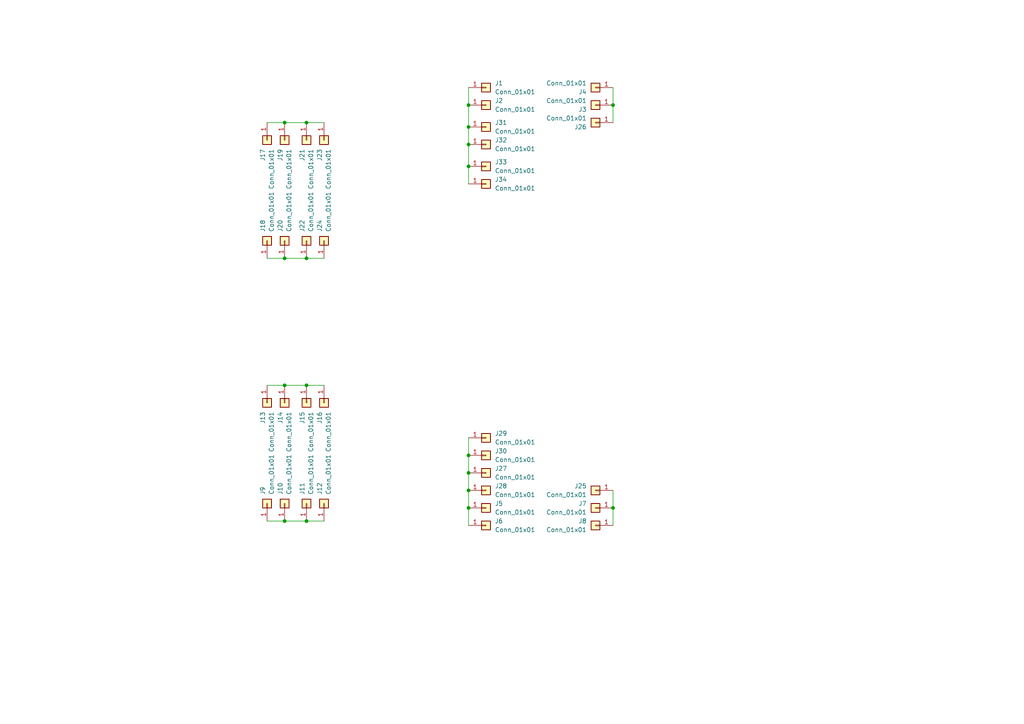
<source format=kicad_sch>
(kicad_sch (version 20250114) (generator "eeschema") (generator_version "9.0")
  (paper "A4")
  (lib_symbols
    (symbol "Connector_Generic:Conn_01x01" (pin_names (offset 1.016) (hide yes))
      (property "Reference" "J" (at 0 2.54 0))
      (property "Value" "Conn_01x01" (at 0 -2.54 0))
      (symbol "Conn_01x01_1_1"
        (rectangle (start -1.27 1.27) (end 1.27 -1.27) (stroke (width 0.254)) (fill (type background)))
        (rectangle (start -1.27 0.127) (end 0 -0.127) (stroke (width 0.1524)))
        (pin passive line (at -5.08 0 0) (length 3.81) (name "Pin_1") (number "1"))
      )
    )
  )
  (junction (at 135.89 30.48))
  (junction (at 82.55 151.13))
  (junction (at 135.89 132.08))
  (junction (at 177.8 30.48))
  (junction (at 135.89 41.91))
  (junction (at 88.9 35.56))
  (junction (at 88.9 151.13))
  (junction (at 177.8 147.32))
  (junction (at 135.89 142.24))
  (junction (at 82.55 111.76))
  (junction (at 135.89 36.83))
  (junction (at 82.55 74.93))
  (junction (at 135.89 147.32))
  (junction (at 135.89 137.16))
  (junction (at 88.9 111.76))
  (junction (at 82.55 35.56))
  (junction (at 135.89 48.26))
  (junction (at 88.9 74.93))
  (wire (pts (xy 177.8 30.48) (xy 177.8 35.56)))
  (wire (pts (xy 177.8 30.48) (xy 177.8 25.4)))
  (wire (pts (xy 135.89 25.4) (xy 135.89 30.48)))
  (wire (pts (xy 135.89 142.24) (xy 135.89 147.32)))
  (wire (pts (xy 135.89 36.83) (xy 135.89 41.91)))
  (wire (pts (xy 82.55 35.56) (xy 88.9 35.56)))
  (wire (pts (xy 135.89 127) (xy 135.89 132.08)))
  (wire (pts (xy 77.47 74.93) (xy 82.55 74.93)))
  (wire (pts (xy 135.89 30.48) (xy 135.89 36.83)))
  (wire (pts (xy 88.9 111.76) (xy 93.98 111.76)))
  (wire (pts (xy 135.89 137.16) (xy 135.89 142.24)))
  (wire (pts (xy 77.47 35.56) (xy 82.55 35.56)))
  (wire (pts (xy 177.8 142.24) (xy 177.8 147.32)))
  (wire (pts (xy 135.89 132.08) (xy 135.89 137.16)))
  (wire (pts (xy 82.55 111.76) (xy 88.9 111.76)))
  (wire (pts (xy 177.8 147.32) (xy 177.8 152.4)))
  (wire (pts (xy 77.47 111.76) (xy 82.55 111.76)))
  (wire (pts (xy 88.9 74.93) (xy 93.98 74.93)))
  (wire (pts (xy 135.89 48.26) (xy 135.89 53.34)))
  (wire (pts (xy 82.55 151.13) (xy 88.9 151.13)))
  (wire (pts (xy 135.89 147.32) (xy 135.89 152.4)))
  (wire (pts (xy 82.55 74.93) (xy 88.9 74.93)))
  (wire (pts (xy 88.9 35.56) (xy 93.98 35.56)))
  (wire (pts (xy 135.89 41.91) (xy 135.89 48.26)))
  (wire (pts (xy 77.47 151.13) (xy 82.55 151.13)))
  (wire (pts (xy 88.9 151.13) (xy 93.98 151.13)))
  (symbol (lib_id "Connector_Generic:Conn_01x01") (at 172.72 25.4 180) (unit 1)
    (property "Reference" "J4" (at 170.18 26.6701 0) (effects (justify left)))
    (property "Value" "Conn_01x01" (at 170.18 24.1301 0) (effects (justify left)))
    (property "Footprint" "mazzoo:PCB_edge_pad" (effects (hide yes)))
    (property "Description" "Generic connector, single row, 01x01, script generated (kicad-library-utils/schlib/autogen/connector/)" (effects (hide yes)))
  )
  (symbol (lib_id "Connector_Generic:Conn_01x01") (at 88.9 40.64 90) (mirror x) (unit 1)
    (property "Reference" "J21" (at 87.6299 43.18 0) (effects (justify left)))
    (property "Value" "Conn_01x01" (at 90.1699 43.18 0) (effects (justify left)))
    (property "Footprint" "mazzoo:PCB_edge_pad" (effects (hide yes)))
    (property "Description" "Generic connector, single row, 01x01, script generated (kicad-library-utils/schlib/autogen/connector/)" (effects (hide yes)))
  )
  (symbol (lib_id "Connector_Generic:Conn_01x01") (at 77.47 40.64 90) (mirror x) (unit 1)
    (property "Reference" "J17" (at 76.1999 43.18 0) (effects (justify left)))
    (property "Value" "Conn_01x01" (at 78.7399 43.18 0) (effects (justify left)))
    (property "Footprint" "mazzoo:PCB_edge_pad" (effects (hide yes)))
    (property "Description" "Generic connector, single row, 01x01, script generated (kicad-library-utils/schlib/autogen/connector/)" (effects (hide yes)))
  )
  (symbol (lib_id "Connector_Generic:Conn_01x01") (at 140.97 48.26 0) (unit 1)
    (property "Reference" "J33" (at 143.51 46.9899 0) (effects (justify left)))
    (property "Value" "Conn_01x01" (at 143.51 49.5299 0) (effects (justify left)))
    (property "Footprint" "mazzoo:PCB_edge_pad" (effects (hide yes)))
    (property "Description" "Generic connector, single row, 01x01, script generated (kicad-library-utils/schlib/autogen/connector/)" (effects (hide yes)))
  )
  (symbol (lib_id "Connector_Generic:Conn_01x01") (at 172.72 142.24 0) (mirror y) (unit 1)
    (property "Reference" "J25" (at 170.18 140.9699 0) (effects (justify left)))
    (property "Value" "Conn_01x01" (at 170.18 143.5099 0) (effects (justify left)))
    (property "Footprint" "mazzoo:PCB_edge_pad" (effects (hide yes)))
    (property "Description" "Generic connector, single row, 01x01, script generated (kicad-library-utils/schlib/autogen/connector/)" (effects (hide yes)))
  )
  (symbol (lib_id "Connector_Generic:Conn_01x01") (at 77.47 69.85 90) (unit 1)
    (property "Reference" "J18" (at 76.1999 67.31 0) (effects (justify left)))
    (property "Value" "Conn_01x01" (at 78.7399 67.31 0) (effects (justify left)))
    (property "Footprint" "mazzoo:PCB_edge_pad" (effects (hide yes)))
    (property "Description" "Generic connector, single row, 01x01, script generated (kicad-library-utils/schlib/autogen/connector/)" (effects (hide yes)))
  )
  (symbol (lib_id "Connector_Generic:Conn_01x01") (at 140.97 53.34 0) (unit 1)
    (property "Reference" "J34" (at 143.51 52.0699 0) (effects (justify left)))
    (property "Value" "Conn_01x01" (at 143.51 54.6099 0) (effects (justify left)))
    (property "Footprint" "mazzoo:PCB_edge_pad" (effects (hide yes)))
    (property "Description" "Generic connector, single row, 01x01, script generated (kicad-library-utils/schlib/autogen/connector/)" (effects (hide yes)))
  )
  (symbol (lib_id "Connector_Generic:Conn_01x01") (at 140.97 132.08 0) (unit 1)
    (property "Reference" "J30" (at 143.51 130.8099 0) (effects (justify left)))
    (property "Value" "Conn_01x01" (at 143.51 133.3499 0) (effects (justify left)))
    (property "Footprint" "mazzoo:PCB_edge_pad" (effects (hide yes)))
    (property "Description" "Generic connector, single row, 01x01, script generated (kicad-library-utils/schlib/autogen/connector/)" (effects (hide yes)))
  )
  (symbol (lib_id "Connector_Generic:Conn_01x01") (at 93.98 40.64 90) (mirror x) (unit 1)
    (property "Reference" "J23" (at 92.7099 43.18 0) (effects (justify left)))
    (property "Value" "Conn_01x01" (at 95.2499 43.18 0) (effects (justify left)))
    (property "Footprint" "mazzoo:PCB_edge_pad" (effects (hide yes)))
    (property "Description" "Generic connector, single row, 01x01, script generated (kicad-library-utils/schlib/autogen/connector/)" (effects (hide yes)))
  )
  (symbol (lib_id "Connector_Generic:Conn_01x01") (at 140.97 127 0) (unit 1)
    (property "Reference" "J29" (at 143.51 125.7299 0) (effects (justify left)))
    (property "Value" "Conn_01x01" (at 143.51 128.2699 0) (effects (justify left)))
    (property "Footprint" "mazzoo:PCB_edge_pad" (effects (hide yes)))
    (property "Description" "Generic connector, single row, 01x01, script generated (kicad-library-utils/schlib/autogen/connector/)" (effects (hide yes)))
  )
  (symbol (lib_id "Connector_Generic:Conn_01x01") (at 140.97 147.32 0) (unit 1)
    (property "Reference" "J5" (at 143.51 146.0499 0) (effects (justify left)))
    (property "Value" "Conn_01x01" (at 143.51 148.5899 0) (effects (justify left)))
    (property "Footprint" "mazzoo:PCB_edge_pad" (effects (hide yes)))
    (property "Description" "Generic connector, single row, 01x01, script generated (kicad-library-utils/schlib/autogen/connector/)" (effects (hide yes)))
  )
  (symbol (lib_id "Connector_Generic:Conn_01x01") (at 93.98 116.84 90) (mirror x) (unit 1)
    (property "Reference" "J16" (at 92.7099 119.38 0) (effects (justify left)))
    (property "Value" "Conn_01x01" (at 95.2499 119.38 0) (effects (justify left)))
    (property "Footprint" "mazzoo:PCB_edge_pad" (effects (hide yes)))
    (property "Description" "Generic connector, single row, 01x01, script generated (kicad-library-utils/schlib/autogen/connector/)" (effects (hide yes)))
  )
  (symbol (lib_id "Connector_Generic:Conn_01x01") (at 172.72 152.4 0) (mirror y) (unit 1)
    (property "Reference" "J8" (at 170.18 151.1299 0) (effects (justify left)))
    (property "Value" "Conn_01x01" (at 170.18 153.6699 0) (effects (justify left)))
    (property "Footprint" "mazzoo:PCB_edge_pad" (effects (hide yes)))
    (property "Description" "Generic connector, single row, 01x01, script generated (kicad-library-utils/schlib/autogen/connector/)" (effects (hide yes)))
  )
  (symbol (lib_id "Connector_Generic:Conn_01x01") (at 172.72 35.56 180) (unit 1)
    (property "Reference" "J26" (at 170.18 36.8301 0) (effects (justify left)))
    (property "Value" "Conn_01x01" (at 170.18 34.2901 0) (effects (justify left)))
    (property "Footprint" "mazzoo:PCB_edge_pad" (effects (hide yes)))
    (property "Description" "Generic connector, single row, 01x01, script generated (kicad-library-utils/schlib/autogen/connector/)" (effects (hide yes)))
  )
  (symbol (lib_id "Connector_Generic:Conn_01x01") (at 140.97 152.4 0) (unit 1)
    (property "Reference" "J6" (at 143.51 151.1299 0) (effects (justify left)))
    (property "Value" "Conn_01x01" (at 143.51 153.6699 0) (effects (justify left)))
    (property "Footprint" "mazzoo:PCB_edge_pad" (effects (hide yes)))
    (property "Description" "Generic connector, single row, 01x01, script generated (kicad-library-utils/schlib/autogen/connector/)" (effects (hide yes)))
  )
  (symbol (lib_id "Connector_Generic:Conn_01x01") (at 88.9 146.05 90) (unit 1)
    (property "Reference" "J11" (at 87.6299 143.51 0) (effects (justify left)))
    (property "Value" "Conn_01x01" (at 90.1699 143.51 0) (effects (justify left)))
    (property "Footprint" "mazzoo:PCB_edge_pad" (effects (hide yes)))
    (property "Description" "Generic connector, single row, 01x01, script generated (kicad-library-utils/schlib/autogen/connector/)" (effects (hide yes)))
  )
  (symbol (lib_id "Connector_Generic:Conn_01x01") (at 140.97 25.4 0) (unit 1)
    (property "Reference" "J1" (at 143.51 24.1299 0) (effects (justify left)))
    (property "Value" "Conn_01x01" (at 143.51 26.6699 0) (effects (justify left)))
    (property "Footprint" "mazzoo:PCB_edge_pad" (effects (hide yes)))
    (property "Description" "Generic connector, single row, 01x01, script generated (kicad-library-utils/schlib/autogen/connector/)" (effects (hide yes)))
  )
  (symbol (lib_id "Connector_Generic:Conn_01x01") (at 140.97 30.48 0) (unit 1)
    (property "Reference" "J2" (at 143.51 29.2099 0) (effects (justify left)))
    (property "Value" "Conn_01x01" (at 143.51 31.7499 0) (effects (justify left)))
    (property "Footprint" "mazzoo:PCB_edge_pad" (effects (hide yes)))
    (property "Description" "Generic connector, single row, 01x01, script generated (kicad-library-utils/schlib/autogen/connector/)" (effects (hide yes)))
  )
  (symbol (lib_id "Connector_Generic:Conn_01x01") (at 140.97 142.24 0) (unit 1)
    (property "Reference" "J28" (at 143.51 140.9699 0) (effects (justify left)))
    (property "Value" "Conn_01x01" (at 143.51 143.5099 0) (effects (justify left)))
    (property "Footprint" "mazzoo:PCB_edge_pad" (effects (hide yes)))
    (property "Description" "Generic connector, single row, 01x01, script generated (kicad-library-utils/schlib/autogen/connector/)" (effects (hide yes)))
  )
  (symbol (lib_id "Connector_Generic:Conn_01x01") (at 88.9 116.84 90) (mirror x) (unit 1)
    (property "Reference" "J15" (at 87.6299 119.38 0) (effects (justify left)))
    (property "Value" "Conn_01x01" (at 90.1699 119.38 0) (effects (justify left)))
    (property "Footprint" "mazzoo:PCB_edge_pad" (effects (hide yes)))
    (property "Description" "Generic connector, single row, 01x01, script generated (kicad-library-utils/schlib/autogen/connector/)" (effects (hide yes)))
  )
  (symbol (lib_id "Connector_Generic:Conn_01x01") (at 140.97 41.91 0) (unit 1)
    (property "Reference" "J32" (at 143.51 40.6399 0) (effects (justify left)))
    (property "Value" "Conn_01x01" (at 143.51 43.1799 0) (effects (justify left)))
    (property "Footprint" "mazzoo:PCB_edge_pad" (effects (hide yes)))
    (property "Description" "Generic connector, single row, 01x01, script generated (kicad-library-utils/schlib/autogen/connector/)" (effects (hide yes)))
  )
  (symbol (lib_id "Connector_Generic:Conn_01x01") (at 172.72 30.48 180) (unit 1)
    (property "Reference" "J3" (at 170.18 31.7501 0) (effects (justify left)))
    (property "Value" "Conn_01x01" (at 170.18 29.2101 0) (effects (justify left)))
    (property "Footprint" "mazzoo:PCB_edge_pad" (effects (hide yes)))
    (property "Description" "Generic connector, single row, 01x01, script generated (kicad-library-utils/schlib/autogen/connector/)" (effects (hide yes)))
  )
  (symbol (lib_id "Connector_Generic:Conn_01x01") (at 172.72 147.32 0) (mirror y) (unit 1)
    (property "Reference" "J7" (at 170.18 146.0499 0) (effects (justify left)))
    (property "Value" "Conn_01x01" (at 170.18 148.5899 0) (effects (justify left)))
    (property "Footprint" "mazzoo:PCB_edge_pad" (effects (hide yes)))
    (property "Description" "Generic connector, single row, 01x01, script generated (kicad-library-utils/schlib/autogen/connector/)" (effects (hide yes)))
  )
  (symbol (lib_id "Connector_Generic:Conn_01x01") (at 88.9 69.85 90) (unit 1)
    (property "Reference" "J22" (at 87.6299 67.31 0) (effects (justify left)))
    (property "Value" "Conn_01x01" (at 90.1699 67.31 0) (effects (justify left)))
    (property "Footprint" "mazzoo:PCB_edge_pad" (effects (hide yes)))
    (property "Description" "Generic connector, single row, 01x01, script generated (kicad-library-utils/schlib/autogen/connector/)" (effects (hide yes)))
  )
  (symbol (lib_id "Connector_Generic:Conn_01x01") (at 93.98 69.85 90) (unit 1)
    (property "Reference" "J24" (at 92.7099 67.31 0) (effects (justify left)))
    (property "Value" "Conn_01x01" (at 95.2499 67.31 0) (effects (justify left)))
    (property "Footprint" "mazzoo:PCB_edge_pad" (effects (hide yes)))
    (property "Description" "Generic connector, single row, 01x01, script generated (kicad-library-utils/schlib/autogen/connector/)" (effects (hide yes)))
  )
  (symbol (lib_id "Connector_Generic:Conn_01x01") (at 77.47 146.05 90) (unit 1)
    (property "Reference" "J9" (at 76.1999 143.51 0) (effects (justify left)))
    (property "Value" "Conn_01x01" (at 78.7399 143.51 0) (effects (justify left)))
    (property "Footprint" "mazzoo:PCB_edge_pad" (effects (hide yes)))
    (property "Description" "Generic connector, single row, 01x01, script generated (kicad-library-utils/schlib/autogen/connector/)" (effects (hide yes)))
  )
  (symbol (lib_id "Connector_Generic:Conn_01x01") (at 82.55 146.05 90) (unit 1)
    (property "Reference" "J10" (at 81.2799 143.51 0) (effects (justify left)))
    (property "Value" "Conn_01x01" (at 83.8199 143.51 0) (effects (justify left)))
    (property "Footprint" "mazzoo:PCB_edge_pad" (effects (hide yes)))
    (property "Description" "Generic connector, single row, 01x01, script generated (kicad-library-utils/schlib/autogen/connector/)" (effects (hide yes)))
  )
  (symbol (lib_id "Connector_Generic:Conn_01x01") (at 140.97 137.16 0) (unit 1)
    (property "Reference" "J27" (at 143.51 135.8899 0) (effects (justify left)))
    (property "Value" "Conn_01x01" (at 143.51 138.4299 0) (effects (justify left)))
    (property "Footprint" "mazzoo:PCB_edge_pad" (effects (hide yes)))
    (property "Description" "Generic connector, single row, 01x01, script generated (kicad-library-utils/schlib/autogen/connector/)" (effects (hide yes)))
  )
  (symbol (lib_id "Connector_Generic:Conn_01x01") (at 93.98 146.05 90) (unit 1)
    (property "Reference" "J12" (at 92.7099 143.51 0) (effects (justify left)))
    (property "Value" "Conn_01x01" (at 95.2499 143.51 0) (effects (justify left)))
    (property "Footprint" "mazzoo:PCB_edge_pad" (effects (hide yes)))
    (property "Description" "Generic connector, single row, 01x01, script generated (kicad-library-utils/schlib/autogen/connector/)" (effects (hide yes)))
  )
  (symbol (lib_id "Connector_Generic:Conn_01x01") (at 82.55 40.64 90) (mirror x) (unit 1)
    (property "Reference" "J19" (at 81.2799 43.18 0) (effects (justify left)))
    (property "Value" "Conn_01x01" (at 83.8199 43.18 0) (effects (justify left)))
    (property "Footprint" "mazzoo:PCB_edge_pad" (effects (hide yes)))
    (property "Description" "Generic connector, single row, 01x01, script generated (kicad-library-utils/schlib/autogen/connector/)" (effects (hide yes)))
  )
  (symbol (lib_id "Connector_Generic:Conn_01x01") (at 82.55 116.84 90) (mirror x) (unit 1)
    (property "Reference" "J14" (at 81.2799 119.38 0) (effects (justify left)))
    (property "Value" "Conn_01x01" (at 83.8199 119.38 0) (effects (justify left)))
    (property "Footprint" "mazzoo:PCB_edge_pad" (effects (hide yes)))
    (property "Description" "Generic connector, single row, 01x01, script generated (kicad-library-utils/schlib/autogen/connector/)" (effects (hide yes)))
  )
  (symbol (lib_id "Connector_Generic:Conn_01x01") (at 140.97 36.83 0) (unit 1)
    (property "Reference" "J31" (at 143.51 35.5599 0) (effects (justify left)))
    (property "Value" "Conn_01x01" (at 143.51 38.0999 0) (effects (justify left)))
    (property "Footprint" "mazzoo:PCB_edge_pad" (effects (hide yes)))
    (property "Description" "Generic connector, single row, 01x01, script generated (kicad-library-utils/schlib/autogen/connector/)" (effects (hide yes)))
  )
  (symbol (lib_id "Connector_Generic:Conn_01x01") (at 77.47 116.84 90) (mirror x) (unit 1)
    (property "Reference" "J13" (at 76.1999 119.38 0) (effects (justify left)))
    (property "Value" "Conn_01x01" (at 78.7399 119.38 0) (effects (justify left)))
    (property "Footprint" "mazzoo:PCB_edge_pad" (effects (hide yes)))
    (property "Description" "Generic connector, single row, 01x01, script generated (kicad-library-utils/schlib/autogen/connector/)" (effects (hide yes)))
  )
  (symbol (lib_id "Connector_Generic:Conn_01x01") (at 82.55 69.85 90) (unit 1)
    (property "Reference" "J20" (at 81.2799 67.31 0) (effects (justify left)))
    (property "Value" "Conn_01x01" (at 83.8199 67.31 0) (effects (justify left)))
    (property "Footprint" "mazzoo:PCB_edge_pad" (effects (hide yes)))
    (property "Description" "Generic connector, single row, 01x01, script generated (kicad-library-utils/schlib/autogen/connector/)" (effects (hide yes)))
  )
)
</source>
